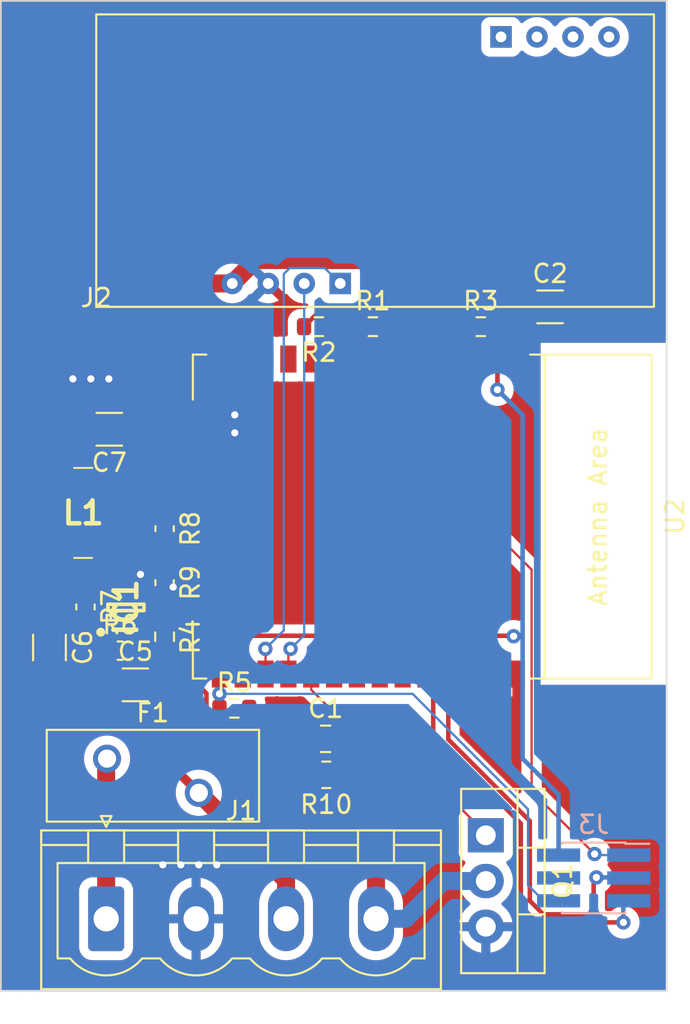
<source format=kicad_pcb>
(kicad_pcb (version 20240108) (generator "pcbnew") (generator_version "8.0")
  (layers (0 "F.Cu" signal) (31 "B.Cu" signal) (34 "B.Paste" user) (35 "F.Paste" user) (36 "B.SilkS" user "B.Silkscreen") (37 "F.SilkS" user "F.Silkscreen") (38 "B.Mask" user) (39 "F.Mask" user) (44 "Edge.Cuts" user))
  (net 0 "")
  (net 1 "/Power/Vin")
  (net 2 "GND")
  (net 3 "URX")
  (net 4 "UTX")
  (net 5 "+3.3V")
  (net 6 "Net-(C1-Pad1)")
  (net 7 "/ESP32/GPIO2")
  (net 8 "Net-(J1-Pin_1)")
  (net 9 "/ESP32/SDA")
  (net 10 "/ESP32/SCL")
  (net 11 "/ESP32/A4")
  (net 12 "/ESP32/A3")
  (net 13 "VAA")
  (net 14 "Net-(IC1-EN{slash}UVLO)")
  (net 15 "/ESP32/A1")
  (net 16 "/ESP32/A0")
  (net 17 "Net-(IC1-~{RESET})")
  (net 18 "Net-(IC1-FB{slash}VOUT)")
  (net 21 "/ESP32/GPIO15")
  (net 22 "/ESP32/GPIO4")
  (net 24 "/ESP32/SCK")
  (net 25 "/ESP32/MISO")
  (net 27 "Net-(J1-Pin_4)")
  (net 28 "EN")
  (net 30 "/ESP32/MOSI")
  (net 32 "TX")
  (net 35 "Net-(IC1-LX)")
  (net 36 "RX")
  (net 37 "D0")
  (net 38 "/ESP32/GPIO5")
  (footprint "Capacitor_SMD:C_1206_3216Metric" (layer "F.Cu") (at 133.475 121)
    (property "Reference" "C5" (at 0 -1.85 0) (layer "F.SilkS"))
    (property "Value" "1uF")
    (fp_line (start -0.711252 -0.91) (end 0.711252 -0.91) (stroke (width 0.12)) (layer "F.SilkS"))
    (fp_line (start -0.711252 0.91) (end 0.711252 0.91) (stroke (width 0.12)) (layer "F.SilkS"))
    (pad "1" smd roundrect (at -1.475 0) (size 1.15 1.8) (layers "F.Cu" "F.Paste" "F.Mask") (roundrect_rratio 0.2173913043) (net 1 "/Power/Vin"))
    (pad "2" smd roundrect (at 1.475 0) (size 1.15 1.8) (layers "F.Cu" "F.Paste" "F.Mask") (roundrect_rratio 0.2173913043) (net 2 "GND"))
  )
  (footprint "GL_DCDC:74404054470" (layer "F.Cu") (at 130.575 111.45)
    (property "Reference" "L1" (at 0 0 0) (layer "F.SilkS") (effects (font (size 1.27 1.27) (thickness 0.254))))
    (property "Value" "47uH" (hide yes))
    (fp_line (start -0.5 -2.5) (end -0.5 -2.5) (stroke (width 0.1)) (layer "F.SilkS"))
    (fp_line (start -0.5 -2.5) (end 0.5 -2.5) (stroke (width 0.1)) (layer "F.SilkS"))
    (fp_line (start -0.5 2.5) (end -0.5 2.5) (stroke (width 0.1)) (layer "F.SilkS"))
    (fp_line (start -0.5 2.5) (end 0.5 2.5) (stroke (width 0.1)) (layer "F.SilkS"))
    (fp_line (start 0.5 -2.5) (end -0.5 -2.5) (stroke (width 0.1)) (layer "F.SilkS"))
    (fp_line (start 0.5 -2.5) (end 0.5 -2.5) (stroke (width 0.1)) (layer "F.SilkS"))
    (fp_line (start 0.5 2.5) (end -0.5 2.5) (stroke (width 0.1)) (layer "F.SilkS"))
    (fp_line (start 0.5 2.5) (end 0.5 2.5) (stroke (width 0.1)) (layer "F.SilkS"))
    (pad "1" smd rect (at -1.925 0) (size 1.55 4.5) (layers "F.Cu" "F.Paste" "F.Mask") (net 35 "Net-(IC1-LX)"))
    (pad "2" smd rect (at 1.925 0) (size 1.55 4.5) (layers "F.Cu" "F.Paste" "F.Mask") (net 5 "+3.3V"))
  )
  (footprint "Resistor_SMD:R_0603_1608Metric" (layer "F.Cu") (at 135.1 118.325 -90)
    (property "Reference" "R4" (at 0 -1.43 90) (layer "F.SilkS"))
    (property "Value" "5k1")
    (fp_line (start -0.237258 0.5225) (end 0.237258 0.5225) (stroke (width 0.12)) (layer "F.SilkS"))
    (fp_line (start -0.237258 -0.5225) (end 0.237258 -0.5225) (stroke (width 0.12)) (layer "F.SilkS"))
    (pad "1" smd roundrect (at -0.825 0 270) (size 0.8 0.95) (layers "F.Cu" "F.Paste" "F.Mask") (net 7 "/ESP32/GPIO2"))
    (pad "2" smd roundrect (at 0.825 0 270) (size 0.8 0.95) (layers "F.Cu" "F.Paste" "F.Mask") (net 5 "+3.3V"))
  )
  (footprint "Capacitor_SMD:C_1206_3216Metric" (layer "F.Cu") (at 156.525 100)
    (property "Reference" "C2" (at 0 -1.85 0) (layer "F.SilkS"))
    (property "Value" "22uF")
    (fp_line (start -0.711252 -0.91) (end 0.711252 -0.91) (stroke (width 0.12)) (layer "F.SilkS"))
    (fp_line (start -0.711252 0.91) (end 0.711252 0.91) (stroke (width 0.12)) (layer "F.SilkS"))
    (pad "1" smd roundrect (at -1.475 0) (size 1.15 1.8) (layers "F.Cu" "F.Paste" "F.Mask") (roundrect_rratio 0.2173913043) (net 5 "+3.3V"))
    (pad "2" smd roundrect (at 1.475 0) (size 1.15 1.8) (layers "F.Cu" "F.Paste" "F.Mask") (roundrect_rratio 0.2173913043) (net 2 "GND"))
  )
  (footprint "Fuse:Fuse_BelFuse_0ZRE0075FF_L11.5mm_W4.8mm" (layer "F.Cu") (at 131.9 125.1)
    (property "Reference" "F1" (at 2.54 -2.54 0) (layer "F.SilkS"))
    (property "Value" "Polyfuse")
    (fp_line (start -3.35 -1.6) (end -3.35 3.5) (stroke (width 0.12)) (layer "F.SilkS"))
    (fp_line (start -3.35 -1.6) (end 8.45 -1.6) (stroke (width 0.12)) (layer "F.SilkS"))
    (fp_line (start -3.35 3.5) (end 8.45 3.5) (stroke (width 0.12)) (layer "F.SilkS"))
    (fp_line (start 8.45 -1.6) (end 8.45 3.5) (stroke (width 0.12)) (layer "F.SilkS"))
    (pad "1" thru_hole circle (at 0 0) (size 1.56 1.56) (drill 1.01) (layers "*.Cu" "*.Mask") (net 8 "Net-(J1-Pin_1)"))
    (pad "2" thru_hole circle (at 5.1 1.9) (size 1.56 1.56) (drill 1.01) (layers "*.Cu" "*.Mask") (net 1 "/Power/Vin"))
  )
  (footprint "Capacitor_SMD:C_0805_2012Metric" (layer "F.Cu") (at 144.05 124)
    (property "Reference" "C1" (at 0 -1.68 0) (layer "F.SilkS"))
    (property "Value" "100nF")
    (fp_line (start -0.261252 -0.735) (end 0.261252 -0.735) (stroke (width 0.12)) (layer "F.SilkS"))
    (fp_line (start -0.261252 0.735) (end 0.261252 0.735) (stroke (width 0.12)) (layer "F.SilkS"))
    (pad "1" smd roundrect (at -0.95 0) (size 1 1.45) (layers "F.Cu" "F.Paste" "F.Mask") (net 6 "Net-(C1-Pad1)"))
    (pad "2" smd roundrect (at 0.95 0) (size 1 1.45) (layers "F.Cu" "F.Paste" "F.Mask") (net 2 "GND"))
  )
  (footprint "Capacitor_SMD:C_0603_1608Metric" (layer "F.Cu") (at 135.1 112.325 -90)
    (property "Reference" "R8" (at 0 -1.43 90) (layer "F.SilkS"))
    (property "Value" "4k7")
    (fp_line (start -0.14058 0.51) (end 0.14058 0.51) (stroke (width 0.12)) (layer "F.SilkS"))
    (fp_line (start -0.14058 -0.51) (end 0.14058 -0.51) (stroke (width 0.12)) (layer "F.SilkS"))
    (pad "1" smd roundrect (at -0.775 0 270) (size 0.9 0.95) (layers "F.Cu" "F.Paste" "F.Mask") (net 5 "+3.3V"))
    (pad "2" smd roundrect (at 0.775 0 270) (size 0.9 0.95) (layers "F.Cu" "F.Paste" "F.Mask") (net 18 "Net-(IC1-FB{slash}VOUT)"))
  )
  (footprint "GL_DCDC:TDFN-8" (layer "F.Cu") (at 132.95 116.7 90)
    (property "Reference" "IC1" (at 0 0 90) (layer "F.SilkS") (effects (font (size 1.27 1.27) (thickness 0.254))))
    (property "Value" "MAX17640CATA+T" (hide yes))
    (fp_line (start 0.175 -1) (end 0.175 1) (stroke (width 0.2)) (layer "F.SilkS"))
    (fp_line (start -0.175 -1) (end 0.175 -1) (stroke (width 0.2)) (layer "F.SilkS"))
    (fp_line (start 0.175 1) (end -0.175 1) (stroke (width 0.2)) (layer "F.SilkS"))
    (fp_line (start -0.175 1) (end -0.175 -1) (stroke (width 0.2)) (layer "F.SilkS"))
    (fp_circle (center -1.375 -1.4) (end -1.375 -1.275) (stroke (width 0.25)) (fill none) (layer "F.SilkS"))
    (pad "1" smd rect (at -0.95 -0.75 180) (size 0.3 0.85) (layers "F.Cu" "F.Paste" "F.Mask") (net 1 "/Power/Vin"))
    (pad "2" smd rect (at -0.95 -0.25 180) (size 0.3 0.85) (layers "F.Cu" "F.Paste" "F.Mask") (net 14 "Net-(IC1-EN{slash}UVLO)"))
    (pad "3" smd rect (at -0.95 0.25 180) (size 0.3 0.85) (layers "F.Cu" "F.Paste" "F.Mask") (net 13 "VAA"))
    (pad "4" smd rect (at -0.95 0.75 180) (size 0.3 0.85) (layers "F.Cu" "F.Paste" "F.Mask") (net 18 "Net-(IC1-FB{slash}VOUT)"))
    (pad "5" smd rect (at 0.95 0.75 180) (size 0.3 0.85) (layers "F.Cu" "F.Paste" "F.Mask") (net 2 "GND"))
    (pad "6" smd rect (at 0.95 0.25 180) (size 0.3 0.85) (layers "F.Cu" "F.Paste" "F.Mask") (net 17 "Net-(IC1-~{RESET})"))
    (pad "7" smd rect (at 0.95 -0.25 180) (size 0.3 0.85) (layers "F.Cu" "F.Paste" "F.Mask") (net 2 "GND"))
    (pad "8" smd rect (at 0.95 -0.75 180) (size 0.3 0.85) (layers "F.Cu" "F.Paste" "F.Mask") (net 35 "Net-(IC1-LX)"))
  )
  (footprint "Resistor_SMD:R_0603_1608Metric" (layer "F.Cu") (at 152.675 101.1)
    (property "Reference" "R3" (at 0 -1.43 0) (layer "F.SilkS"))
    (property "Value" "5k1")
    (fp_line (start -0.237258 -0.5225) (end 0.237258 -0.5225) (stroke (width 0.12)) (layer "F.SilkS"))
    (fp_line (start -0.237258 0.5225) (end 0.237258 0.5225) (stroke (width 0.12)) (layer "F.SilkS"))
    (pad "1" smd roundrect (at -0.825 0) (size 0.8 0.95) (layers "F.Cu" "F.Paste" "F.Mask") (net 28 "EN"))
    (pad "2" smd roundrect (at 0.825 0) (size 0.8 0.95) (layers "F.Cu" "F.Paste" "F.Mask") (net 5 "+3.3V"))
  )
  (footprint "Package_TO_SOT_THT:TO-220-3_Vertical" (layer "F.Cu") (at 152.955 129.36 -90)
    (property "Reference" "Q1" (at 2.54 -4.27 90) (layer "F.SilkS"))
    (property "Value" "IRF540N")
    (fp_line (start -2.58 1.371) (end 7.66 1.371) (stroke (width 0.12)) (layer "F.SilkS"))
    (fp_line (start -2.58 -1.76) (end 7.66 -1.76) (stroke (width 0.12)) (layer "F.SilkS"))
    (fp_line (start -2.58 -3.27) (end -2.58 1.371) (stroke (width 0.12)) (layer "F.SilkS"))
    (fp_line (start -2.58 -3.27) (end 7.66 -3.27) (stroke (width 0.12)) (layer "F.SilkS"))
    (fp_line (start 0.69 -3.27) (end 0.69 -1.76) (stroke (width 0.12)) (layer "F.SilkS"))
    (fp_line (start 4.391 -3.27) (end 4.391 -1.76) (stroke (width 0.12)) (layer "F.SilkS"))
    (fp_line (start 7.66 -3.27) (end 7.66 1.371) (stroke (width 0.12)) (layer "F.SilkS"))
    (pad "1" thru_hole rect (at 0 0 270) (size 1.905 2) (drill 1.1) (layers "*.Cu" "*.Mask") (net 38 "/ESP32/GPIO5"))
    (pad "2" thru_hole oval (at 2.54 0 270) (size 1.905 2) (drill 1.1) (layers "*.Cu" "*.Mask") (net 27 "Net-(J1-Pin_4)"))
    (pad "3" thru_hole oval (at 5.08 0 270) (size 1.905 2) (drill 1.1) (layers "*.Cu" "*.Mask") (net 2 "GND"))
  )
  (footprint "Connector_Phoenix_MSTB:PhoenixContact_MSTBVA_2,5_4-G_1x04_P5.00mm_Vertical" (layer "F.Cu") (at 131.85 134)
    (property "Reference" "J1" (at 7.5 -6 0) (layer "F.SilkS"))
    (property "Value" "Conn_01x04")
    (fp_line (start -3.61 -4.91) (end -3.61 3.91) (stroke (width 0.12)) (layer "F.SilkS"))
    (fp_line (start -3.61 -4.1) (end -1.11 -4.1) (stroke (width 0.12)) (layer "F.SilkS"))
    (fp_line (start -3.61 3.91) (end 18.61 3.91) (stroke (width 0.12)) (layer "F.SilkS"))
    (fp_line (start -2.7 -3.1) (end 17.7 -3.1) (stroke (width 0.12)) (layer "F.SilkS"))
    (fp_line (start -2.7 2.2) (end -2.7 -3.1) (stroke (width 0.12)) (layer "F.SilkS"))
    (fp_line (start -2 2.2) (end -2.7 2.2) (stroke (width 0.12)) (layer "F.SilkS"))
    (fp_line (start -1 -4.91) (end 1 -4.91) (stroke (width 0.12)) (layer "F.SilkS"))
    (fp_line (start -1 -3.1) (end -1 -4.91) (stroke (width 0.12)) (layer "F.SilkS"))
    (fp_line (start -0.3 -5.71) (end 0.3 -5.71) (stroke (width 0.12)) (layer "F.SilkS"))
    (fp_line (start 0 -5.11) (end -0.3 -5.71) (stroke (width 0.12)) (layer "F.SilkS"))
    (fp_line (start 0.3 -5.71) (end 0 -5.11) (stroke (width 0.12)) (layer "F.SilkS"))
    (fp_line (start 1 -4.91) (end 1 -3.1) (stroke (width 0.12)) (layer "F.SilkS"))
    (fp_line (start 1 -4.1) (end 4 -4.1) (stroke (width 0.12)) (layer "F.SilkS"))
    (fp_line (start 1 -3.1) (end -1 -3.1) (stroke (width 0.12)) (layer "F.SilkS"))
    (fp_line (start 2 2.2) (end 3 2.2) (stroke (width 0.12)) (layer "F.SilkS"))
    (fp_line (start 4 -4.91) (end 6 -4.91) (stroke (width 0.12)) (layer "F.SilkS"))
    (fp_line (start 4 -3.1) (end 4 -4.91) (stroke (width 0.12)) (layer "F.SilkS"))
    (fp_line (start 6 -4.91) (end 6 -3.1) (stroke (width 0.12)) (layer "F.SilkS"))
    (fp_line (start 6 -4.1) (end 9 -4.1) (stroke (width 0.12)) (layer "F.SilkS"))
    (fp_line (start 6 -3.1) (end 4 -3.1) (stroke (width 0.12)) (layer "F.SilkS"))
    (fp_line (start 7 2.2) (end 8 2.2) (stroke (width 0.12)) (layer "F.SilkS"))
    (fp_line (start 9 -4.91) (end 11 -4.91) (stroke (width 0.12)) (layer "F.SilkS"))
    (fp_line (start 9 -3.1) (end 9 -4.91) (stroke (width 0.12)) (layer "F.SilkS"))
    (fp_line (start 11 -4.91) (end 11 -3.1) (stroke (width 0.12)) (layer "F.SilkS"))
    (fp_line (start 11 -4.1) (end 14 -4.1) (stroke (width 0.12)) (layer "F.SilkS"))
    (fp_line (start 11 -3.1) (end 9 -3.1) (stroke (width 0.12)) (layer "F.SilkS"))
    (fp_line (start 12 2.2) (end 13 2.2) (stroke (width 0.12)) (layer "F.SilkS"))
    (fp_line (start 14 -4.91) (end 16 -4.91) (stroke (width 0.12)) (layer "F.SilkS"))
    (fp_line (start 14 -3.1) (end 14 -4.91) (stroke (width 0.12)) (layer "F.SilkS"))
    (fp_line (start 16 -4.91) (end 16 -3.1) (stroke (width 0.12)) (layer "F.SilkS"))
    (fp_line (start 16 -3.1) (end 14 -3.1) (stroke (width 0.12)) (layer "F.SilkS"))
    (fp_line (start 17.7 -3.1) (end 17.7 2.2) (stroke (width 0.12)) (layer "F.SilkS"))
    (fp_line (start 17.7 2.2) (end 17 2.2) (stroke (width 0.12)) (layer "F.SilkS"))
    (fp_line (start 18.61 -4.91) (end -3.61 -4.91) (stroke (width 0.12)) (layer "F.SilkS"))
    (fp_line (start 18.61 -4.1) (end 16.11 -4.1) (stroke (width 0.12)) (layer "F.SilkS"))
    (fp_line (start 18.61 3.91) (end 18.61 -4.91) (stroke (width 0.12)) (layer "F.SilkS"))
    (fp_arc (start 1.986842 2.215821) (mid -0.010289 3.142758) (end -2 2.2) (stroke (width 0.12)) (layer "F.SilkS"))
    (fp_arc (start 6.986842 2.215821) (mid 4.989711 3.142758) (end 3 2.2) (stroke (width 0.12)) (layer "F.SilkS"))
    (fp_arc (start 11.986842 2.215821) (mid 9.989711 3.142758) (end 8 2.2) (stroke (width 0.12)) (layer "F.SilkS"))
    (fp_arc (start 16.986842 2.215821) (mid 14.989711 3.142758) (end 13 2.2) (stroke (width 0.12)) (layer "F.SilkS"))
    (pad "1" thru_hole roundrect (at 0 0) (size 2 3.6) (drill 1.4) (layers "*.Cu" "*.Mask") (roundrect_rratio 0.125) (net 8 "Net-(J1-Pin_1)"))
    (pad "2" thru_hole oval (at 5 0) (size 2 3.6) (drill 1.4) (layers "*.Cu" "*.Mask") (net 2 "GND"))
    (pad "3" thru_hole oval (at 10 0) (size 2 3.6) (drill 1.4) (layers "*.Cu" "*.Mask") (net 1 "/Power/Vin"))
    (pad "4" thru_hole oval (at 15 0) (size 2 3.6) (drill 1.4) (layers "*.Cu" "*.Mask") (net 27 "Net-(J1-Pin_4)"))
  )
  (footprint "Capacitor_SMD:C_0603_1608Metric" (layer "F.Cu") (at 132.625 119.1)
    (property "Reference" "R6" (at 0 -1.43 0) (layer "F.SilkS"))
    (property "Value" "1k")
    (fp_line (start -0.14058 -0.51) (end 0.14058 -0.51) (stroke (width 0.12)) (layer "F.SilkS"))
    (fp_line (start -0.14058 0.51) (end 0.14058 0.51) (stroke (width 0.12)) (layer "F.SilkS"))
    (pad "1" smd roundrect (at -0.775 0) (size 0.9 0.95) (layers "F.Cu" "F.Paste" "F.Mask") (net 1 "/Power/Vin"))
    (pad "2" smd roundrect (at 0.775 0) (size 0.9 0.95) (layers "F.Cu" "F.Paste" "F.Mask") (net 14 "Net-(IC1-EN{slash}UVLO)"))
  )
  (footprint "Resistor_SMD:R_0805_2012Metric" (layer "F.Cu") (at 144.0875 126 180)
    (property "Reference" "R10" (at 0 -1.65 0) (layer "F.SilkS"))
    (property "Value" "10R")
    (fp_line (start -0.227064 0.735) (end 0.227064 0.735) (stroke (width 0.12)) (layer "F.SilkS"))
    (fp_line (start -0.227064 -0.735) (end 0.227064 -0.735) (stroke (width 0.12)) (layer "F.SilkS"))
    (pad "1" smd roundrect (at -0.9125 0 180) (size 1.025 1.4) (layers "F.Cu" "F.Paste" "F.Mask") (roundrect_rratio 0.243902439) (net 27 "Net-(J1-Pin_4)"))
    (pad "2" smd roundrect (at 0.9125 0 180) (size 1.025 1.4) (layers "F.Cu" "F.Paste" "F.Mask") (roundrect_rratio 0.243902439) (net 6 "Net-(C1-Pad1)"))
  )
  (footprint "Resistor_SMD:R_0603_1608Metric" (layer "F.Cu") (at 146.675 101.1)
    (property "Reference" "R1" (at 0 -1.43 0) (layer "F.SilkS"))
    (property "Value" "5k1")
    (fp_line (start -0.237258 -0.5225) (end 0.237258 -0.5225) (stroke (width 0.12)) (layer "F.SilkS"))
    (fp_line (start -0.237258 0.5225) (end 0.237258 0.5225) (stroke (width 0.12)) (layer "F.SilkS"))
    (pad "1" smd roundrect (at -0.825 0) (size 0.8 0.95) (layers "F.Cu" "F.Paste" "F.Mask") (net 10 "/ESP32/SCL"))
    (pad "2" smd roundrect (at 0.825 0) (size 0.8 0.95) (layers "F.Cu" "F.Paste" "F.Mask") (net 5 "+3.3V"))
  )
  (footprint "Capacitor_SMD:C_1206_3216Metric" (layer "F.Cu") (at 128.7 118.925 -90)
    (property "Reference" "C6" (at 0 -1.85 90) (layer "F.SilkS"))
    (property "Value" "1uF")
    (fp_line (start -0.711252 0.91) (end 0.711252 0.91) (stroke (width 0.12)) (layer "F.SilkS"))
    (fp_line (start -0.711252 -0.91) (end 0.711252 -0.91) (stroke (width 0.12)) (layer "F.SilkS"))
    (pad "1" smd roundrect (at -1.475 0 270) (size 1.15 1.8) (layers "F.Cu" "F.Paste" "F.Mask") (roundrect_rratio 0.2173913043) (net 13 "VAA"))
    (pad "2" smd roundrect (at 1.475 0 270) (size 1.15 1.8) (layers "F.Cu" "F.Paste" "F.Mask") (roundrect_rratio 0.2173913043) (net 2 "GND"))
  )
  (footprint "Capacitor_SMD:C_1206_3216Metric" (layer "F.Cu") (at 132.025 106.8 180)
    (property "Reference" "C7" (at 0 -1.85 0) (layer "F.SilkS"))
    (property "Value" "22uF")
    (fp_line (start -0.711252 0.91) (end 0.711252 0.91) (stroke (width 0.12)) (layer "F.SilkS"))
    (fp_line (start -0.711252 -0.91) (end 0.711252 -0.91) (stroke (width 0.12)) (layer "F.SilkS"))
    (pad "1" smd roundrect (at -1.475 0 180) (size 1.15 1.8) (layers "F.Cu" "F.Paste" "F.Mask") (roundrect_rratio 0.2173913043) (net 5 "+3.3V"))
    (pad "2" smd roundrect (at 1.475 0 180) (size 1.15 1.8) (layers "F.Cu" "F.Paste" "F.Mask") (roundrect_rratio 0.2173913043) (net 2 "GND"))
  )
  (footprint "Resistor_SMD:R_0603_1608Metric" (layer "F.Cu") (at 143.675 101.1 180)
    (property "Reference" "R2" (at 0 -1.43 0) (layer "F.SilkS"))
    (property "Value" "5k1")
    (fp_line (start -0.237258 0.5225) (end 0.237258 0.5225) (stroke (width 0.12)) (layer "F.SilkS"))
    (fp_line (start -0.237258 -0.5225) (end 0.237258 -0.5225) (stroke (width 0.12)) (layer "F.SilkS"))
    (pad "1" smd roundrect (at -0.825 0 180) (size 0.8 0.95) (layers "F.Cu" "F.Paste" "F.Mask") (net 9 "/ESP32/SDA"))
    (pad "2" smd roundrect (at 0.825 0 180) (size 0.8 0.95) (layers "F.Cu" "F.Paste" "F.Mask") (net 5 "+3.3V"))
  )
  (footprint "GL_Diverse:HLK-LD1125H-24G" (layer "F.Cu") (at 131.3 100)
    (property "Reference" "J2" (at 0 -0.5 0) (layer "F.SilkS"))
    (property "Value" "Conn_01x04")
    (fp_rect (start 0 0) (end 31 -16.25) (stroke (width 0.12)) (fill none) (layer "F.SilkS"))
    (pad "1" thru_hole rect (at 13.56 -1.3) (size 1.2 1.2) (drill 0.6) (layers "*.Cu" "*.Mask") (net 4 "UTX"))
    (pad "2" thru_hole circle (at 11.56 -1.3) (size 1.2 1.2) (drill 0.6) (layers "*.Cu" "*.Mask") (net 3 "URX"))
    (pad "3" thru_hole circle (at 9.56 -1.3 180) (size 1.2 1.2) (drill 0.6) (layers "*.Cu" "*.Mask") (net 2 "GND"))
    (pad "4" thru_hole circle (at 7.56 -1.3) (size 1.2 1.2) (drill 0.6) (layers "*.Cu" "*.Mask") (net 5 "+3.3V"))
    (pad "A" thru_hole rect (at 22.5 -15 180) (size 1.2 1.2) (drill 0.6) (layers "*.Cu" "*.Mask"))
    (pad "A" thru_hole circle (at 24.5 -15 180) (size 1.2 1.2) (drill 0.6) (layers "*.Cu" "*.Mask"))
    (pad "A" thru_hole circle (at 26.5 -15) (size 1.2 1.2) (drill 0.6) (layers "*.Cu" "*.Mask"))
    (pad "A" thru_hole circle (at 28.5 -15 180) (size 1.2 1.2) (drill 0.6) (layers "*.Cu" "*.Mask"))
  )
  (footprint "Capacitor_SMD:C_0603_1608Metric" (layer "F.Cu") (at 130.7 116.675 -90)
    (property "Reference" "R7" (at 0 -1.43 90) (layer "F.SilkS"))
    (property "Value" "1k")
    (fp_line (start -0.14058 0.51) (end 0.14058 0.51) (stroke (width 0.12)) (layer "F.SilkS"))
    (fp_line (start -0.14058 -0.51) (end 0.14058 -0.51) (stroke (width 0.12)) (layer "F.SilkS"))
    (pad "1" smd roundrect (at -0.775 0 270) (size 0.9 0.95) (layers "F.Cu" "F.Paste" "F.Mask") (net 17 "Net-(IC1-~{RESET})"))
    (pad "2" smd roundrect (at 0.775 0 270) (size 0.9 0.95) (layers "F.Cu" "F.Paste" "F.Mask") (net 13 "VAA"))
  )
  (footprint "Resistor_SMD:R_0603_1608Metric" (layer "F.Cu") (at 138.975 122.3)
    (property "Reference" "R5" (at 0 -1.43 0) (layer "F.SilkS"))
    (property "Value" "5k1")
    (fp_line (start -0.237258 -0.5225) (end 0.237258 -0.5225) (stroke (width 0.12)) (layer "F.SilkS"))
    (fp_line (start -0.237258 0.5225) (end 0.237258 0.5225) (stroke (width 0.12)) (layer "F.SilkS"))
    (pad "1" smd roundrect (at -0.825 0) (size 0.8 0.95) (layers "F.Cu" "F.Paste" "F.Mask") (net 37 "D0"))
    (pad "2" smd roundrect (at 0.825 0) (size 0.8 0.95) (layers "F.Cu" "F.Paste" "F.Mask") (net 5 "+3.3V"))
  )
  (footprint "Espressif:ESP32-WROOM-32E" (layer "F.Cu") (at 147.67 111.65 -90)
    (property "Reference" "U2" (at 0 -15.8 90) (layer "F.SilkS"))
    (property "Value" "ESP32-WROOM-E")
    (fp_line (start -9 11) (end -8.25 11) (stroke (width 0.12)) (layer "F.SilkS"))
    (fp_line (start -8.25 11) (end -6.5 11) (stroke (width 0.12)) (layer "F.SilkS"))
    (fp_line (start 8.25 11) (end 6.5 11) (stroke (width 0.12)) (layer "F.SilkS"))
    (fp_line (start 9 11) (end 8.25 11) (stroke (width 0.12)) (layer "F.SilkS"))
    (fp_line (start -9 10.25) (end -9 11) (stroke (width 0.12)) (layer "F.SilkS"))
    (fp_line (start 9 10.25) (end 9 11) (stroke (width 0.12)) (layer "F.SilkS"))
    (fp_line (start 9 -8.56) (end -9 -8.56) (stroke (width 0.12)) (layer "F.SilkS"))
    (fp_line (start -9 -14.5) (end -9 -7.75) (stroke (width 0.12)) (layer "F.SilkS"))
    (fp_line (start -9 -14.5) (end 9 -14.5) (stroke (width 0.12)) (layer "F.SilkS"))
    (fp_line (start 9 -14.5) (end 9 -7.75) (stroke (width 0.12)) (layer "F.SilkS"))
    (fp_text user "Antenna Area" (at 0 -11.5 90) (layer "F.SilkS"))
    (pad "1" smd rect (at -8.75 -7.01 270) (size 1.5 0.9) (layers "F.Cu" "F.Paste" "F.Mask") (net 2 "GND"))
    (pad "2" smd rect (at -8.75 -5.74 270) (size 1.5 0.9) (layers "F.Cu" "F.Paste" "F.Mask") (net 5 "+3.3V"))
    (pad "3" smd rect (at -8.75 -4.47 270) (size 1.5 0.9) (layers "F.Cu" "F.Paste" "F.Mask") (net 28 "EN"))
    (pad "4" smd rect (at -8.75 -3.2 270) (size 1.5 0.9) (layers "F.Cu" "F.Paste" "F.Mask") (net 11 "/ESP32/A4"))
    (pad "5" smd rect (at -8.75 -1.93 270) (size 1.5 0.9) (layers "F.Cu" "F.Paste" "F.Mask") (net 12 "/ESP32/A3"))
    (pad "6" smd rect (at -8.75 -0.66 270) (size 1.5 0.9) (layers "F.Cu" "F.Paste" "F.Mask"))
    (pad "7" smd rect (at -8.75 0.61 270) (size 1.5 0.9) (layers "F.Cu" "F.Paste" "F.Mask"))
    (pad "8" smd rect (at -8.75 1.88 270) (size 1.5 0.9) (layers "F.Cu" "F.Paste" "F.Mask") (net 10 "/ESP32/SCL"))
    (pad "9" smd rect (at -8.75 3.15 270) (size 1.5 0.9) (layers "F.Cu" "F.Paste" "F.Mask") (net 9 "/ESP32/SDA"))
    (pad "10" smd rect (at -8.75 4.42 270) (size 1.5 0.9) (layers "F.Cu" "F.Paste" "F.Mask") (net 15 "/ESP32/A1"))
    (pad "11" smd rect (at -8.75 5.69 270) (size 1.5 0.9) (layers "F.Cu" "F.Paste" "F.Mask") (net 16 "/ESP32/A0"))
    (pad "12" smd rect (at -8.75 6.96 270) (size 1.5 0.9) (layers "F.Cu" "F.Paste" "F.Mask"))
    (pad "13" smd rect (at -8.75 8.23 270) (size 1.5 0.9) (layers "F.Cu" "F.Paste" "F.Mask"))
    (pad "14" smd rect (at -8.75 9.5 270) (size 1.5 0.9) (layers "F.Cu" "F.Paste" "F.Mask"))
    (pad "15" smd rect (at -5.72 10.75) (size 1.5 0.9) (layers "F.Cu" "F.Paste" "F.Mask") (net 2 "GND"))
    (pad "16" smd rect (at -4.45 10.75) (size 1.5 0.9) (layers "F.Cu" "F.Paste" "F.Mask"))
    (pad "17" smd rect (at -3.18 10.75) (size 1.5 0.9) (layers "F.Cu" "F.Paste" "F.Mask"))
    (pad "18" smd rect (at -1.91 10.75) (size 1.5 0.9) (layers "F.Cu" "F.Paste" "F.Mask"))
    (pad "19" smd rect (at -0.64 10.75) (size 1.5 0.9) (layers "F.Cu" "F.Paste" "F.Mask"))
    (pad "20" smd rect (at 0.63 10.75) (size 1.5 0.9) (layers "F.Cu" "F.Paste" "F.Mask"))
    (pad "21" smd rect (at 1.9 10.75) (size 1.5 0.9) (layers "F.Cu" "F.Paste" "F.Mask"))
    (pad "22" smd rect (at 3.17 10.75) (size 1.5 0.9) (layers "F.Cu" "F.Paste" "F.Mask"))
    (pad "23" smd rect (at 4.44 10.75) (size 1.5 0.9) (layers "F.Cu" "F.Paste" "F.Mask") (net 21 "/ESP32/GPIO15"))
    (pad "24" smd rect (at 5.71 10.75) (size 1.5 0.9) (layers "F.Cu" "F.Paste" "F.Mask") (net 7 "/ESP32/GPIO2"))
    (pad "25" smd rect (at 8.75 9.5 90) (size 1.5 0.9) (layers "F.Cu" "F.Paste" "F.Mask") (net 37 "D0"))
    (pad "26" smd rect (at 8.75 8.23 90) (size 1.5 0.9) (layers "F.Cu" "F.Paste" "F.Mask") (net 22 "/ESP32/GPIO4"))
    (pad "27" smd rect (at 8.75 6.96 90) (size 1.5 0.9) (layers "F.Cu" "F.Paste" "F.Mask") (net 4 "UTX"))
    (pad "28" smd rect (at 8.75 5.69 90) (size 1.5 0.9) (layers "F.Cu" "F.Paste" "F.Mask") (net 3 "URX"))
    (pad "29" smd rect (at 8.75 4.42 90) (size 1.5 0.9) (layers "F.Cu" "F.Paste" "F.Mask") (net 38 "/ESP32/GPIO5"))
    (pad "30" smd rect (at 8.75 3.15 90) (size 1.5 0.9) (layers "F.Cu" "F.Paste" "F.Mask") (net 24 "/ESP32/SCK"))
    (pad "31" smd rect (at 8.75 1.88 90) (size 1.5 0.9) (layers "F.Cu" "F.Paste" "F.Mask") (net 25 "/ESP32/MISO"))
    (pad "32" smd rect (at 8.75 0.61 90) (size 1.5 0.9) (layers "F.Cu" "F.Paste" "F.Mask"))
    (pad "33" smd rect (at 8.75 -0.66 90) (size 1.5 0.9) (layers "F.Cu" "F.Paste" "F.Mask"))
    (pad "34" smd rect (at 8.75 -1.93 90) (size 1.5 0.9) (layers "F.Cu" "F.Paste" "F.Mask") (net 36 "RX"))
    (pad "35" smd rect (at 8.75 -3.2 90) (size 1.5 0.9) (layers "F.Cu" "F.Paste" "F.Mask") (net 32 "TX"))
    (pad "36" smd rect (at 8.75 -4.47 90) (size 1.5 0.9) (layers "F.Cu" "F.Paste" "F.Mask"))
    (pad "37" smd rect (at 8.75 -5.74 90) (size 1.5 0.9) (layers "F.Cu" "F.Paste" "F.Mask") (net 30 "/ESP32/MOSI"))
    (pad "38" smd rect (at 8.75 -7.01 90) (size 1.5 0.9) (layers "F.Cu" "F.Paste" "F.Mask") (net 2 "GND"))
    (pad "39" smd rect (at -2.9 -0.69 90) (size 0.9 0.9) (layers "F.Cu" "F.Paste" "F.Mask") (net 2 "GND"))
    (pad "39" smd rect (at -2.9 0.71 90) (size 0.9 0.9) (layers "F.Cu" "F.Paste" "F.Mask") (net 2 "GND"))
    (pad "39" smd rect (at -2.9 2.11 90) (size 0.9 0.9) (layers "F.Cu" "F.Paste" "F.Mask") (net 2 "GND"))
    (pad "39" smd rect (at -1.5 -0.69 90) (size 0.9 0.9) (layers "F.Cu" "F.Paste" "F.Mask") (net 2 "GND"))
    (pad "39" smd rect (at -1.5 0.71 90) (size 0.9 0.9) (layers "F.Cu" "F.Paste" "F.Mask") (net 2 "GND"))
    (pad "39" smd rect (at -1.5 2.11 90) (size 0.9 0.9) (layers "F.Cu" "F.Paste" "F.Mask") (net 2 "GND"))
    (pad "39" smd rect (at -0.1 -0.69 90) (size 0.9 0.9) (layers "F.Cu" "F.Paste" "F.Mask") (net 2 "GND"))
    (pad "39" smd rect (at -0.1 0.71 90) (size 0.9 0.9) (layers "F.Cu" "F.Paste" "F.Mask") (net 2 "GND"))
    (pad "39" smd rect (at -0.1 2.11 90) (size 0.9 0.9) (layers "F.Cu" "F.Paste" "F.Mask") (net 2 "GND"))
  )
  (footprint "Capacitor_SMD:C_0603_1608Metric" (layer "F.Cu") (at 135.1 115.325 -90)
    (property "Reference" "R9" (at 0 -1.43 90) (layer "F.SilkS"))
    (property "Value" "1k")
    (fp_line (start -0.14058 0.51) (end 0.14058 0.51) (stroke (width 0.12)) (layer "F.SilkS"))
    (fp_line (start -0.14058 -0.51) (end 0.14058 -0.51) (stroke (width 0.12)) (layer "F.SilkS"))
    (pad "1" smd roundrect (at -0.775 0 270) (size 0.9 0.95) (layers "F.Cu" "F.Paste" "F.Mask") (net 18 "Net-(IC1-FB{slash}VOUT)"))
    (pad "2" smd roundrect (at 0.775 0 270) (size 0.9 0.95) (layers "F.Cu" "F.Paste" "F.Mask") (net 2 "GND"))
  )
  (footprint "Connector_PinHeader_1.27mm:PinHeader_2x03_P1.27mm_Vertical_SMD" (layer "B.Cu") (at 158.95 131.73 180)
    (property "Reference" "J3" (at 0 2.965 0) (layer "B.SilkS") (effects (justify mirror)))
    (property "Value" "Prog")
    (fp_line (start 1.765 1.965) (end 1.765 1.9) (stroke (width 0.12)) (layer "B.SilkS"))
    (fp_line (start 1.765 -1.9) (end 1.765 -1.965) (stroke (width 0.12)) (layer "B.SilkS"))
    (fp_line (start -1.765 1.965) (end 1.765 1.965) (stroke (width 0.12)) (layer "B.SilkS"))
    (fp_line (start -1.765 1.965) (end -1.765 1.9) (stroke (width 0.12)) (layer "B.SilkS"))
    (fp_line (start -1.765 -1.9) (end -1.765 -1.965) (stroke (width 0.12)) (layer "B.SilkS"))
    (fp_line (start -1.765 -1.965) (end 1.765 -1.965) (stroke (width 0.12)) (layer "B.SilkS"))
    (fp_line (start -3.09 1.9) (end -1.765 1.9) (stroke (width 0.12)) (layer "B.SilkS"))
    (pad "1" smd rect (at -1.95 1.27 180) (size 2.4 0.74) (layers "B.Cu" "B.Paste" "B.Mask") (net 28 "EN"))
    (pad "2" smd rect (at 1.95 1.27 180) (size 2.4 0.74) (layers "B.Cu" "B.Paste" "B.Mask") (net 5 "+3.3V"))
    (pad "3" smd rect (at -1.95 0 180) (size 2.4 0.74) (layers "B.Cu" "B.Paste" "B.Mask") (net 32 "TX"))
    (pad "4" smd rect (at 1.95 0 180) (size 2.4 0.74) (layers "B.Cu" "B.Paste" "B.Mask") (net 2 "GND"))
    (pad "5" smd rect (at -1.95 -1.27 180) (size 2.4 0.74) (layers "B.Cu" "B.Paste" "B.Mask") (net 36 "RX"))
    (pad "6" smd rect (at 1.95 -1.27 180) (size 2.4 0.74) (layers "B.Cu" "B.Paste" "B.Mask") (net 37 "D0"))
  )
  (gr_line (start 128 138) (end 163 138) (stroke (width 0.1)) (layer "Edge.Cuts"))
  (gr_line (start 126 138) (end 126 83) (stroke (width 0.1)) (layer "Edge.Cuts"))
  (gr_line (start 127 138) (end 126 138) (stroke (width 0.1)) (layer "Edge.Cuts"))
  (gr_line (start 163 138) (end 163 83) (stroke (width 0.1)) (layer "Edge.Cuts"))
  (gr_line (start 126 83) (end 163 83) (stroke (width 0.1)) (layer "Edge.Cuts"))
  (gr_line (start 128 138) (end 127 138) (stroke (width 0.1)) (layer "Edge.Cuts"))
  (segment (start 141.85 131.85) (end 137 127) (width 1) (layer "F.Cu") (net 1))
  (segment (start 131.85 119.1) (end 131.85 120.85) (width 0.5) (layer "F.Cu") (net 1))
  (segment (start 137 127) (end 132 122) (width 0.5) (layer "F.Cu") (net 1))
  (segment (start 132.2 118.75) (end 131.85 119.1) (width 0.254) (layer "F.Cu") (net 1))
  (segment (start 131.85 120.85) (end 132 121) (width 0.5) (layer "F.Cu") (net 1))
  (segment (start 132.2 117.65) (end 132.2 118.75) (width 0.254) (layer "F.Cu") (net 1))
  (segment (start 132 122) (end 132 121) (width 0.5) (layer "F.Cu") (net 1))
  (segment (start 141.85 134) (end 141.85 131.85) (width 1) (layer "F.Cu") (net 1))
  (segment (start 135.1 116.1) (end 135.1 116.043068) (width 0.254) (layer "F.Cu") (net 2))
  (segment (start 133.7 115.021) (end 133.677 114.998) (width 0.254) (layer "F.Cu") (net 2))
  (segment (start 133.677 114.998) (end 132.702 114.998) (width 0.254) (layer "F.Cu") (net 2))
  (segment (start 135.1 116.043068) (end 135.574807 115.568261) (width 0.254) (layer "F.Cu") (net 2))
  (segment (start 132.702 114.998) (end 132.7 115) (width 0.254) (layer "F.Cu") (net 2))
  (segment (start 133.7 115.75) (end 133.7 114.923775) (width 0.254) (layer "F.Cu") (net 2))
  (segment (start 133.7 115.75) (end 133.7 115.021) (width 0.254) (layer "F.Cu") (net 2))
  (segment (start 132.7 115) (end 132.7 115.75) (width 0.254) (layer "F.Cu") (net 2))
  (segment (start 133.7 114.923775) (end 133.760042 114.863733) (width 0.254) (layer "F.Cu") (net 2))
  (via (at 137 131) (size 0.8) (drill 0.4) (layers "F.Cu" "B.Cu") (net 2))
  (via (at 130 104) (size 0.8) (drill 0.4) (layers "F.Cu" "B.Cu") (net 2))
  (via (at 138 131) (size 0.8) (drill 0.4) (layers "F.Cu" "B.Cu") (net 2))
  (via (at 139 107) (size 0.8) (drill 0.4) (layers "F.Cu" "B.Cu") (net 2))
  (via (at 132 104) (size 0.8) (drill 0.4) (layers "F.Cu" "B.Cu") (net 2))
  (via (at 135.574807 115.568261) (size 0.8) (drill 0.4) (layers "F.Cu" "B.Cu") (net 2))
  (via (at 131 104) (size 0.8) (drill 0.4) (layers "F.Cu" "B.Cu") (net 2))
  (via (at 133.760042 114.863733) (size 0.8) (drill 0.4) (layers "F.Cu" "B.Cu") (net 2))
  (via (at 139 106) (size 0.8) (drill 0.4) (layers "F.Cu" "B.Cu") (net 2))
  (via (at 135 131) (size 0.8) (drill 0.4) (layers "F.Cu" "B.Cu") (net 2))
  (via (at 136 131) (size 0.8) (drill 0.4) (layers "F.Cu" "B.Cu") (net 2))
  (segment (start 141.98 119.12) (end 141.98 120.4) (width 0.127) (layer "F.Cu") (net 3))
  (segment (start 142.1 119) (end 141.98 119.12) (width 0.127) (layer "F.Cu") (net 3))
  (via (at 142.1 119) (size 0.8) (drill 0.4) (layers "F.Cu" "B.Cu") (net 3))
  (segment (start 142.86 98.7) (end 142.86 118.24) (width 0.127) (layer "B.Cu") (net 3))
  (segment (start 142.86 118.24) (end 142.1 119) (width 0.127) (layer "B.Cu") (net 3))
  (segment (start 140.7 119) (end 140.71 119.01) (width 0.127) (layer "F.Cu") (net 4))
  (segment (start 140.71 119.01) (end 140.71 120.4) (width 0.127) (layer "F.Cu") (net 4))
  (via (at 140.7 119) (size 0.8) (drill 0.4) (layers "F.Cu" "B.Cu") (net 4))
  (segment (start 141.7235 117.9765) (end 140.7 119) (width 0.127) (layer "B.Cu") (net 4))
  (segment (start 142.0635 97.8365) (end 141.7235 98.1765) (width 0.127) (layer "B.Cu") (net 4))
  (segment (start 144.86 98.7) (end 143.9965 97.8365) (width 0.127) (layer "B.Cu") (net 4))
  (segment (start 141.7235 98.1765) (end 141.7235 117.9765) (width 0.127) (layer "B.Cu") (net 4))
  (segment (start 143.9965 97.8365) (end 142.0635 97.8365) (width 0.127) (layer "B.Cu") (net 4))
  (segment (start 152.698 100.298) (end 153.5 101.1) (width 0.254) (layer "F.Cu") (net 5))
  (segment (start 153.5 101.1) (end 153.5 102.81) (width 0.254) (layer "F.Cu") (net 5))
  (segment (start 137.423 122.793291) (end 137.829709 123.2) (width 0.254) (layer "F.Cu") (net 5))
  (segment (start 153.6 103.09) (end 153.41 102.9) (width 0.254) (layer "F.Cu") (net 5))
  (segment (start 135 111.45) (end 135.1 111.55) (width 0.254) (layer "F.Cu") (net 5))
  (segment (start 153 99) (end 153 100.6) (width 1) (layer "F.Cu") (net 5))
  (segment (start 153.6 100) (end 155.05 100) (width 1) (layer "F.Cu") (net 5))
  (segment (start 133.5 106.8) (end 133.5 100.6) (width 1) (layer "F.Cu") (net 5))
  (segment (start 146.698 100.298) (end 146.2 100.298) (width 0.254) (layer "F.Cu") (net 5))
  (segment (start 135.1 119.15) (end 135.977 118.273) (width 0.254) (layer "F.Cu") (net 5))
  (segment (start 154.473 118.273) (end 154.5 118.3) (width 0.254) (layer "F.Cu") (net 5))
  (segment (start 147.5 101.1) (end 148.302 100.298) (width 0.254) (layer "F.Cu") (net 5))
  (segment (start 140.16 97.4) (end 151.4 97.4) (width 1) (layer "F.Cu") (net 5))
  (segment (start 135.1 119.15) (end 137.423 121.473) (width 0.254) (layer "F.Cu") (net 5))
  (segment (start 146.2 100.298) (end 143.652 100.298) (width 0.254) (layer "F.Cu") (net 5))
  (segment (start 137.829709 123.2) (end 138.9 123.2) (width 0.254) (layer "F.Cu") (net 5))
  (segment (start 135.977 118.273) (end 154.473 118.273) (width 0.254) (layer "F.Cu") (net 5))
  (segment (start 133.5 100.6) (end 135.4 98.7) (width 1) (layer "F.Cu") (net 5))
  (segment (start 133.5 110.45) (end 132.5 111.45) (width 1) (layer "F.Cu") (net 5))
  (segment (start 137.423 121.473) (end 137.423 122.793291) (width 0.254) (layer "F.Cu") (net 5))
  (segment (start 133.5 106.8) (end 133.5 110.45) (width 1) (layer "F.Cu") (net 5))
  (segment (start 153 100.6) (end 153.5 101.1) (width 1) (layer "F.Cu") (net 5))
  (segment (start 135.4 98.7) (end 138.86 98.7) (width 1) (layer "F.Cu") (net 5))
  (segment (start 153.5 102.81) (end 153.41 102.9) (width 0.254) (layer "F.Cu") (net 5))
  (segment (start 147.5 101.1) (end 146.698 100.298) (width 0.254) (layer "F.Cu") (net 5))
  (segment (start 148.302 100.298) (end 152.698 100.298) (width 0.254) (layer "F.Cu") (net 5))
  (segment (start 132.5 111.45) (end 135 111.45) (width 0.254) (layer "F.Cu") (net 5))
  (segment (start 138.86 98.7) (end 140.16 97.4) (width 1) (layer "F.Cu") (net 5))
  (segment (start 153 100.6) (end 153.6 100) (width 1) (layer "F.Cu") (net 5))
  (segment (start 138.9 123.2) (end 139.8 122.3) (width 0.254) (layer "F.Cu") (net 5))
  (segment (start 143.652 100.298) (end 142.85 101.1) (width 0.254) (layer "F.Cu") (net 5))
  (segment (start 153.6 104.6) (end 153.6 103.09) (width 0.254) (layer "F.Cu") (net 5))
  (segment (start 151.4 97.4) (end 153 99) (width 1) (layer "F.Cu") (net 5))
  (via (at 153.6 104.6) (size 0.8) (drill 0.4) (layers "F.Cu" "B.Cu") (net 5))
  (via (at 154.5 118.3) (size 0.8) (drill 0.4) (layers "F.Cu" "B.Cu") (net 5))
  (segment (start 155 125.1) (end 157 127.1) (width 0.254) (layer "B.Cu") (net 5))
  (segment (start 155 106) (end 153.6 104.6) (width 0.254) (layer "B.Cu") (net 5))
  (segment (start 154.9 118.3) (end 155 118.2) (width 0.254) (layer "B.Cu") (net 5))
  (segment (start 155 118.2) (end 155 106) (width 0.254) (layer "B.Cu") (net 5))
  (segment (start 157 127.1) (end 157 130.46) (width 0.254) (layer "B.Cu") (net 5))
  (segment (start 155 125.1) (end 155 118.2) (width 0.254) (layer "B.Cu") (net 5))
  (segment (start 154.5 118.3) (end 154.9 118.3) (width 0.254) (layer "B.Cu") (net 5))
  (segment (start 143.1 124) (end 143.1 125.925) (width 1) (layer "F.Cu") (net 6))
  (segment (start 143.1 125.925) (end 143.175 126) (width 1) (layer "F.Cu") (net 6))
  (segment (start 135.24 117.36) (end 135.1 117.5) (width 0.254) (layer "F.Cu") (net 7))
  (segment (start 136.92 117.36) (end 135.24 117.36) (width 0.254) (layer "F.Cu") (net 7))
  (segment (start 131.85 134) (end 131.85 125.15) (width 1) (layer "F.Cu") (net 8))
  (segment (start 131.85 125.15) (end 131.9 125.1) (width 1) (layer "F.Cu") (net 8))
  (segment (start 144.52 101.12) (end 144.5 101.1) (width 0.254) (layer "F.Cu") (net 9))
  (segment (start 144.52 102.9) (end 144.52 101.12) (width 0.254) (layer "F.Cu") (net 9))
  (segment (start 145.85 102.84) (end 145.79 102.9) (width 0.254) (layer "F.Cu") (net 10))
  (segment (start 145.85 101.1) (end 145.85 102.84) (width 0.254) (layer "F.Cu") (net 10))
  (segment (start 131.1885 116.9615) (end 130.7 117.45) (width 0.127) (layer "F.Cu") (net 13))
  (segment (start 133.2 117.048) (end 133.1135 116.9615) (width 0.127) (layer "F.Cu") (net 13))
  (segment (start 133.2 117.65) (end 133.2 117.048) (width 0.127) (layer "F.Cu") (net 13))
  (segment (start 133.1135 116.9615) (end 131.1885 116.9615) (width 0.127) (layer "F.Cu") (net 13))
  (segment (start 128.7 117.45) (end 130.7 117.45) (width 0.254) (layer "F.Cu") (net 13))
  (segment (start 132.7 118.9) (end 132.9 119.1) (width 0.254) (layer "F.Cu") (net 14))
  (segment (start 132.7 117.65) (end 132.7 118.9) (width 0.254) (layer "F.Cu") (net 14))
  (segment (start 132.9 119.1) (end 133.4 119.1) (width 0.254) (layer "F.Cu") (net 14))
  (segment (start 132.8345 116.6345) (end 133.2 116.269) (width 0.127) (layer "F.Cu") (net 17))
  (segment (start 131.4345 116.6345) (end 132.8345 116.6345) (width 0.127) (layer "F.Cu") (net 17))
  (segment (start 130.7 115.9) (end 131.4345 116.6345) (width 0.127) (layer "F.Cu") (net 17))
  (segment (start 133.2 116.269) (end 133.2 115.75) (width 0.127) (layer "F.Cu") (net 17))
  (segment (start 134.298 117.052) (end 133.7 117.65) (width 0.254) (layer "F.Cu") (net 18))
  (segment (start 134.298 115.352) (end 134.298 117.052) (width 0.254) (layer "F.Cu") (net 18))
  (segment (start 135.1 114.55) (end 134.298 115.352) (width 0.254) (layer "F.Cu") (net 18))
  (segment (start 135.1 114.55) (end 135.1 113.1) (width 0.254) (layer "F.Cu") (net 18))
  (segment (start 145.8 126) (end 145 126) (width 1) (layer "F.Cu") (net 27))
  (segment (start 146.85 134) (end 146.85 127.05) (width 1) (layer "F.Cu") (net 27))
  (segment (start 146.85 127.05) (end 145.8 126) (width 1) (layer "F.Cu") (net 27))
  (segment (start 148.5 134) (end 150.6 131.9) (width 1) (layer "B.Cu") (net 27))
  (segment (start 150.6 131.9) (end 152.955 131.9) (width 1) (layer "B.Cu") (net 27))
  (segment (start 146.85 134) (end 148.5 134) (width 1) (layer "B.Cu") (net 27))
  (segment (start 155.5 126.9) (end 159 130.4) (width 0.127) (layer "F.Cu") (net 28))
  (segment (start 151.85 101.1) (end 151.85 102.61) (width 0.254) (layer "F.Cu") (net 28))
  (segment (start 155.5 114.6) (end 155.5 126.9) (width 0.127) (layer "F.Cu") (net 28))
  (segment (start 155.5 114.6) (end 152.14 111.24) (width 0.127) (layer "F.Cu") (net 28))
  (segment (start 152.14 111.24) (end 152.14 102.9) (width 0.127) (layer "F.Cu") (net 28))
  (segment (start 151.85 102.61) (end 152.14 102.9) (width 0.254) (layer "F.Cu") (net 28))
  (via (at 159 130.4) (size 0.8) (drill 0.4) (layers "F.Cu" "B.Cu") (net 28))
  (segment (start 159.06 130.46) (end 160.9 130.46) (width 0.127) (layer "B.Cu") (net 28))
  (segment (start 159 130.4) (end 159.06 130.46) (width 0.127) (layer "B.Cu") (net 28))
  (segment (start 156.15 133.75) (end 158.7 133.75) (width 0.25) (layer "F.Cu") (net 32))
  (segment (start 158.95 133.75) (end 158.95 131.85) (width 0.25) (layer "F.Cu") (net 32))
  (segment (start 155.4 133) (end 156.15 133.75) (width 0.25) (layer "F.Cu") (net 32))
  (segment (start 155.4 128.566104) (end 155.4 133) (width 0.25) (layer "F.Cu") (net 32))
  (segment (start 158.95 131.85) (end 159.1 131.7) (width 0.25) (layer "F.Cu") (net 32))
  (segment (start 150.87 124.036104) (end 155.4 128.566104) (width 0.25) (layer "F.Cu") (net 32))
  (segment (start 150.87 120.4) (end 150.87 124.036104) (width 0.25) (layer "F.Cu") (net 32))
  (segment (start 158.7 133.75) (end 158.95 133.75) (width 0.25) (layer "F.Cu") (net 32))
  (via (at 159.1 131.7) (size 0.8) (drill 0.4) (layers "F.Cu" "B.Cu") (net 32))
  (segment (start 160.87 131.7) (end 160.9 131.73) (width 0.25) (layer "B.Cu") (net 32))
  (segment (start 159.1 131.7) (end 160.87 131.7) (width 0.25) (layer "B.Cu") (net 32))
  (segment (start 131.45 115) (end 130 115) (width 0.25) (layer "F.Cu") (net 35))
  (segment (start 130 115) (end 128.65 113.65) (width 0.25) (layer "F.Cu") (net 35))
  (segment (start 128.65 113.65) (end 128.65 111.45) (width 0.25) (layer "F.Cu") (net 35))
  (segment (start 132.2 115.75) (end 131.45 115) (width 0.25) (layer "F.Cu") (net 35))
  (segment (start 154.9 133.3) (end 155.8 134.2) (width 0.25) (layer "F.Cu") (net 36))
  (segment (start 149.6 120.4) (end 150.032249 120.832249) (width 0.25) (layer "F.Cu") (net 36))
  (segment (start 154.9 128.7025) (end 154.9 133.3) (width 0.25) (layer "F.Cu") (net 36))
  (segment (start 155.8 134.2) (end 160.6 134.2) (width 0.25) (layer "F.Cu") (net 36))
  (segment (start 150.032249 120.832249) (end 150.032249 123.834749) (width 0.25) (layer "F.Cu") (net 36))
  (segment (start 150.032249 123.834749) (end 154.9 128.7025) (width 0.25) (layer "F.Cu") (net 36))
  (via (at 160.6 134.2) (size 0.8) (drill 0.4) (layers "F.Cu" "B.Cu") (net 36))
  (segment (start 160.6 134.2) (end 160.6 133.3) (width 0.25) (layer "B.Cu") (net 36))
  (segment (start 160.6 133.3) (end 160.9 133) (width 0.25) (layer "B.Cu") (net 36))
  (segment (start 138.15 121.5) (end 138.15 120.42) (width 0.254) (layer "F.Cu") (net 37))
  (segment (start 138.15 120.42) (end 138.17 120.4) (width 0.254) (layer "F.Cu") (net 37))
  (segment (start 138.15 122.3) (end 138.15 121.5) (width 0.254) (layer "F.Cu") (net 37))
  (via (at 138.15 121.5) (size 0.8) (drill 0.4) (layers "F.Cu" "B.Cu") (net 37))
  (segment (start 156.17 133) (end 157 133) (width 0.127) (layer "B.Cu") (net 37))
  (segment (start 148.885376 121.5) (end 155.3 127.914624) (width 0.127) (layer "B.Cu") (net 37))
  (segment (start 155.3 127.914624) (end 155.3 132.13) (width 0.127) (layer "B.Cu") (net 37))
  (segment (start 155.3 132.13) (end 156.17 133) (width 0.127) (layer "B.Cu") (net 37))
  (segment (start 138.15 121.5) (end 148.885376 121.5) (width 0.127) (layer "B.Cu") (net 37))
  (segment (start 143.25 121.277) (end 144.173 122.2) (width 0.127) (layer "F.Cu") (net 38))
  (segment (start 143.25 120.4) (end 143.25 121.277) (width 0.127) (layer "F.Cu") (net 38))
  (segment (start 144.173 122.2) (end 145.9 122.2) (width 0.127) (layer "F.Cu") (net 38))
  (segment (start 152.955 129.255) (end 152.955 129.36) (width 0.127) (layer "F.Cu") (net 38))
  (segment (start 145.9 122.2) (end 152.955 129.255) (width 0.127) (layer "F.Cu") (net 38))
  (zone (net 2) (net_name "GND") (layer "F.Cu") (connect_pads (clearance 0.5)) (min_thickness 0.25) (fill yes (thermal_gap 0.5) (thermal_bridge_width 0.5))
    (polygon (pts (xy 126 83) (xy 163 83) (xy 163 138) (xy 126 138)))
  )
  (zone (net 0) (net_name "") (layers "F&B.Cu" "Edge.Cuts") (connect_pads (clearance 0)) (min_thickness 0.25)
    (keepout (tracks not_allowed) (vias not_allowed) (pads not_allowed) (copperpour not_allowed) (footprints not_allowed))
    (fill (thermal_gap 0.5) (thermal_bridge_width 0.5))
    (polygon (pts (xy 163 102) (xy 156 102) (xy 156 121) (xy 163 121)))
  )
  (zone (net 2) (net_name "GND") (layer "B.Cu") (priority 1) (connect_pads (clearance 0.5)) (min_thickness 0.25) (fill yes (thermal_gap 0.5) (thermal_bridge_width 0.5))
    (polygon (pts (xy 126 83) (xy 163 83) (xy 163 138) (xy 126 138)))
  )
)
</source>
